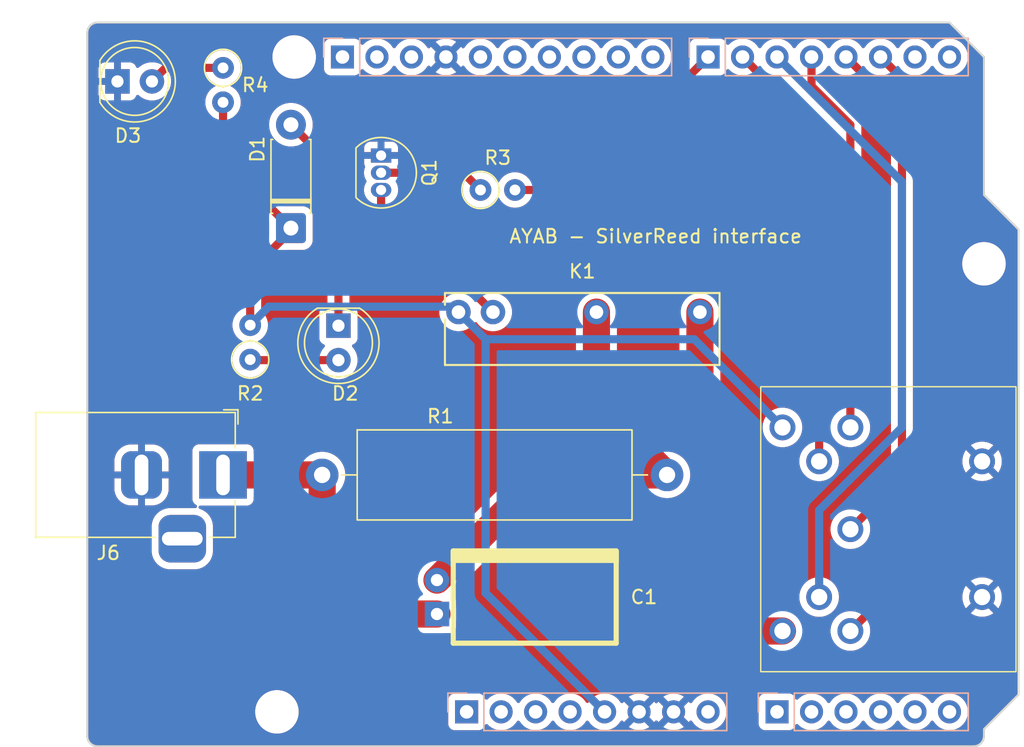
<source format=kicad_pcb>
(kicad_pcb (version 20241229) (generator "pcbnew") (generator_version "9.0")
  (title_block (date "mar. 31 mars 2015"))
  (layers (0 "F.Cu" signal) (2 "B.Cu" signal) (13 "F.Paste" user) (15 "B.Paste" user) (5 "F.SilkS" user "F.Silkscreen") (7 "B.SilkS" user "B.Silkscreen") (1 "F.Mask" user) (3 "B.Mask" user) (25 "Edge.Cuts" user))
  (net 0 "")
  (net 1 "GND")
  (net 3 "+5V")
  (net 4 "/IOREF")
  (net 5 "/A0")
  (net 6 "/A1")
  (net 7 "/A2")
  (net 8 "/A3")
  (net 9 "/SDA{slash}A4")
  (net 10 "/SCL{slash}A5")
  (net 11 "/13")
  (net 12 "/12")
  (net 13 "/AREF")
  (net 14 "/8")
  (net 15 "/7")
  (net 16 "/*11")
  (net 17 "/*10")
  (net 18 "/*9")
  (net 19 "/4")
  (net 20 "/2")
  (net 21 "/*6")
  (net 22 "/*5")
  (net 23 "/TX{slash}1")
  (net 24 "/*3")
  (net 25 "/RX{slash}0")
  (net 26 "+3V3")
  (net 27 "VCC")
  (net 28 "/~{RESET}")
  (net 29 "Net-(C1-Pad1)")
  (net 30 "Net-(C1-Pad2)")
  (net 31 "Net-(D1-A)")
  (net 32 "Net-(D2-A)")
  (net 33 "Net-(D3-A)")
  (net 34 "Net-(J5-Pad6)")
  (net 35 "Net-(Q1-B)")
  (net 36 "/A5")
  (net 37 "/A4")
  (footprint "Diode_THT:D_DO-41_SOD81_P7.62mm_Horizontal" (layer "F.Cu") (at 115 61.81 90)
    (property "Reference" "D1" (at 5.81 -2.47 90) (layer "F.SilkS"))
    (property "Value" "D" (hide yes))
    (fp_line (start 6.53 -1.47) (end 6.53 -1.34) (stroke (width 0.12)) (layer "F.SilkS"))
    (fp_line (start 2.11 -1.47) (end 2.11 1.47) (stroke (width 0.12)) (layer "F.SilkS"))
    (fp_line (start 1.99 -1.47) (end 1.99 1.47) (stroke (width 0.12)) (layer "F.SilkS"))
    (fp_line (start 1.87 -1.47) (end 1.87 1.47) (stroke (width 0.12)) (layer "F.SilkS"))
    (fp_line (start 1.09 -1.47) (end 6.53 -1.47) (stroke (width 0.12)) (layer "F.SilkS"))
    (fp_line (start 1.09 -1.34) (end 1.09 -1.47) (stroke (width 0.12)) (layer "F.SilkS"))
    (fp_line (start 1.09 1.34) (end 1.09 1.47) (stroke (width 0.12)) (layer "F.SilkS"))
    (fp_line (start 6.53 1.47) (end 6.53 1.34) (stroke (width 0.12)) (layer "F.SilkS"))
    (fp_line (start 1.09 1.47) (end 6.53 1.47) (stroke (width 0.12)) (layer "F.SilkS"))
    (pad "1" thru_hole roundrect (at 0 0 90) (size 2.2 2.2) (drill 1.1) (layers "*.Cu" "*.Mask") (roundrect_rratio 0.113636) (net 3 "+5V"))
    (pad "2" thru_hole circle (at 7.62 0 90) (size 2.2 2.2) (drill 1.1) (layers "*.Cu" "*.Mask") (net 31 "Net-(D1-A)"))
  )
  (footprint "Resistor_THT:R_Axial_DIN0207_L6.3mm_D2.5mm_P2.54mm_Vertical" (layer "F.Cu") (at 110 50 -90)
    (property "Reference" "R4" (at 1.27 -2.37 180) (layer "F.SilkS"))
    (property "Value" "1K" (hide yes))
    (fp_line (start 1.37 0) (end 1.44 0) (stroke (width 0.12)) (layer "F.SilkS"))
    (fp_circle (center 0 0) (end 1.37 0) (stroke (width 0.12)) (fill no) (layer "F.SilkS"))
    (pad "1" thru_hole circle (at 0 0 270) (size 1.6 1.6) (drill 0.8) (layers "*.Cu" "*.Mask") (net 33 "Net-(D3-A)"))
    (pad "2" thru_hole circle (at 2.54 0 270) (size 1.6 1.6) (drill 0.8) (layers "*.Cu" "*.Mask") (net 3 "+5V"))
  )
  (footprint "Resistor_THT:R_Axial_DIN0207_L6.3mm_D2.5mm_P2.54mm_Vertical" (layer "F.Cu") (at 112 71.5 90)
    (property "Reference" "R2" (at -2.5 0 180) (layer "F.SilkS"))
    (property "Value" "1K" (hide yes))
    (fp_line (start 1.37 0) (end 1.44 0) (stroke (width 0.12)) (layer "F.SilkS"))
    (fp_circle (center 0 0) (end 1.37 0) (stroke (width 0.12)) (fill no) (layer "F.SilkS"))
    (pad "1" thru_hole circle (at 0 0 90) (size 1.6 1.6) (drill 0.8) (layers "*.Cu" "*.Mask") (net 32 "Net-(D2-A)"))
    (pad "2" thru_hole circle (at 2.54 0 90) (size 1.6 1.6) (drill 0.8) (layers "*.Cu" "*.Mask") (net 3 "+5V"))
  )
  (footprint "Connector_BarrelJack:BarrelJack_Horizontal" (layer "F.Cu") (at 110 80)
    (property "Reference" "J6" (at -8.45 5.75 0) (layer "F.SilkS"))
    (property "Value" "Barrel_Jack" (hide yes))
    (fp_line (start -13.8 -4.6) (end 0.9 -4.6) (stroke (width 0.12)) (layer "F.SilkS"))
    (fp_line (start -13.8 4.6) (end -13.8 -4.6) (stroke (width 0.12)) (layer "F.SilkS"))
    (fp_line (start -5 4.6) (end -13.8 4.6) (stroke (width 0.12)) (layer "F.SilkS"))
    (fp_line (start 0.05 -4.8) (end 1.1 -4.8) (stroke (width 0.12)) (layer "F.SilkS"))
    (fp_line (start 0.9 -4.6) (end 0.9 -2) (stroke (width 0.12)) (layer "F.SilkS"))
    (fp_line (start 0.9 1.9) (end 0.9 4.6) (stroke (width 0.12)) (layer "F.SilkS"))
    (fp_line (start 0.9 4.6) (end -1 4.6) (stroke (width 0.12)) (layer "F.SilkS"))
    (fp_line (start 1.1 -3.75) (end 1.1 -4.8) (stroke (width 0.12)) (layer "F.SilkS"))
    (pad "1" thru_hole rect (at 0 0) (size 3.5 3.5) (drill oval 1 3) (layers "*.Cu" "*.Mask") (net 29 "Net-(C1-Pad1)"))
    (pad "2" thru_hole roundrect (at -6 0) (size 3 3.5) (drill oval 1 3) (layers "*.Cu" "*.Mask") (net 1 "GND"))
    (pad "3" thru_hole roundrect (at -3 4.7) (size 3.5 3.5) (drill oval 3 1) (layers "*.Cu" "*.Mask"))
  )
  (footprint "Locals:CP_6.3x11mm_horiz-R" (layer "F.Cu") (at 125.75475 89)
    (property "Reference" "C1" (at 15.24525 0 0) (layer "F.SilkS"))
    (property "Value" "100u" (hide yes))
    (fp_line (start 1.2 3.4) (end 1.2 -3.4) (stroke (width 0.381)) (layer "F.SilkS"))
    (fp_line (start 13.2 -3.4) (end 13.2 3.4) (stroke (width 0.381)) (layer "F.SilkS"))
    (fp_line (start 13.2 3.4) (end 1.2 3.4) (stroke (width 0.381)) (layer "F.SilkS"))
    (fp_poly (pts (xy 13.2 -2.7) (xy 1.2 -2.7) (xy 1.2 -3.4) (xy 13.2 -3.4)) (stroke (width 0.381)) (fill yes) (layer "F.SilkS"))
    (pad "1" thru_hole rect (at 0 1.25) (size 1.8 1.8) (drill 0.9) (layers "*.Cu" "*.Mask") (net 29 "Net-(C1-Pad1)"))
    (pad "2" thru_hole circle (at 0 -1.25) (size 1.8 1.8) (drill 0.9) (layers "*.Cu" "*.Mask") (net 30 "Net-(C1-Pad2)"))
  )
  (footprint "Resistor_THT:R_Axial_DIN0207_L6.3mm_D2.5mm_P2.54mm_Vertical" (layer "F.Cu") (at 128.96 59)
    (property "Reference" "R3" (at 1.27 -2.37 0) (layer "F.SilkS"))
    (property "Value" "1K" (hide yes))
    (fp_line (start 1.37 0) (end 1.44 0) (stroke (width 0.12)) (layer "F.SilkS"))
    (fp_circle (center 0 0) (end 1.37 0) (stroke (width 0.12)) (fill no) (layer "F.SilkS"))
    (pad "1" thru_hole circle (at 0 0) (size 1.6 1.6) (drill 0.8) (layers "*.Cu" "*.Mask") (net 35 "Net-(Q1-B)"))
    (pad "2" thru_hole circle (at 2.54 0) (size 1.6 1.6) (drill 0.8) (layers "*.Cu" "*.Mask") (net 15 "/7"))
  )
  (footprint "Arduino_MountingHole:MountingHole_3.2mm" (layer "F.Cu") (at 115.24 49.2)
    (property "Reference" "MH1" (hide yes))
    (property "Value" "MountingHole_3.2mm" (hide yes))
    (pad "" np_thru_hole circle (at 0 0) (size 3.2 3.2) (drill 3.2) (layers "*.Cu" "*.Mask"))
  )
  (footprint "LED_THT:LED_D5.0mm" (layer "F.Cu") (at 102.225 51)
    (property "Reference" "D3" (at 0.775 4 0) (layer "F.SilkS"))
    (property "Value" "LED" (hide yes))
    (fp_line (start -1.29 -1.545) (end -1.29 1.545) (stroke (width 0.12)) (layer "F.SilkS"))
    (fp_arc (start -1.29 -1.54483) (mid 2.071779 -2.880495) (end 4.26 0) (stroke (width 0.12)) (layer "F.SilkS"))
    (fp_arc (start 4.26 0) (mid 2.071779 2.880495) (end -1.29 1.54483) (stroke (width 0.12)) (layer "F.SilkS"))
    (fp_circle (center 1.27 0) (end 3.77 0) (stroke (width 0.12)) (fill no) (layer "F.SilkS"))
    (pad "1" thru_hole rect (at 0 0) (size 1.8 1.8) (drill 0.9) (layers "*.Cu" "*.Mask") (net 1 "GND"))
    (pad "2" thru_hole circle (at 2.54 0) (size 1.8 1.8) (drill 0.9) (layers "*.Cu" "*.Mask") (net 33 "Net-(D3-A)"))
  )
  (footprint "Package_TO_SOT_THT:TO-92_Inline" (layer "F.Cu") (at 121.64 56.46 -90)
    (property "Reference" "Q1" (at 1.27 -3.56 270) (layer "F.SilkS"))
    (property "Value" "2N2222A-TO92")
    (fp_line (start -0.53 1.85) (end 3.07 1.85) (stroke (width 0.12)) (layer "F.SilkS"))
    (fp_arc (start -0.568478 1.838478) (mid -1.132087 -0.994977) (end 1.27 -2.6) (stroke (width 0.12)) (layer "F.SilkS"))
    (fp_arc (start 1.27 -2.6) (mid 3.672087 -0.994977) (end 3.108478 1.838478) (stroke (width 0.12)) (layer "F.SilkS"))
    (pad "1" thru_hole rect (at 0 0 270) (size 1.05 1.5) (drill 0.75) (layers "*.Cu" "*.Mask") (net 1 "GND"))
    (pad "2" thru_hole oval (at 1.27 0 270) (size 1.05 1.5) (drill 0.75) (layers "*.Cu" "*.Mask") (net 35 "Net-(Q1-B)"))
    (pad "3" thru_hole oval (at 2.54 0 270) (size 1.05 1.5) (drill 0.75) (layers "*.Cu" "*.Mask") (net 31 "Net-(D1-A)"))
  )
  (footprint "Locals:DIN-704-M10" (layer "F.Cu") (at 159 84 -90)
    (property "Reference" "J5" (hide yes))
    (property "Value" "DIN-7" (hide yes))
    (fp_rect (start -10.5 -9.4) (end 10.5 9.4) (stroke (width 0.1)) (fill no) (layer "F.SilkS"))
    (pad "1" thru_hole circle (at 7.5 2.8 270) (size 1.905 1.905) (drill 1.2) (layers "*.Cu" "*.Mask") (net 20 "/2"))
    (pad "2" thru_hole circle (at 0 2.8 270) (size 1.905 1.905) (drill 1.2) (layers "*.Cu" "*.Mask") (net 24 "/*3"))
    (pad "3" thru_hole circle (at -7.5 2.8 270) (size 1.905 1.905) (drill 1.2) (layers "*.Cu" "*.Mask") (net 19 "/4"))
    (pad "4" thru_hole circle (at 5 5.1 270) (size 1.905 1.905) (drill 1.2) (layers "*.Cu" "*.Mask") (net 22 "/*5"))
    (pad "5" thru_hole circle (at -5 5.1 270) (size 1.905 1.905) (drill 1.2) (layers "*.Cu" "*.Mask") (net 21 "/*6"))
    (pad "6" thru_hole circle (at 7.5 7.8 270) (size 1.905 1.905) (drill 1.2) (layers "*.Cu" "*.Mask") (net 34 "Net-(J5-Pad6)"))
    (pad "7" thru_hole circle (at -7.5 7.8 270) (size 1.905 1.905) (drill 1.2) (layers "*.Cu" "*.Mask") (net 3 "+5V"))
    (pad "8" thru_hole circle (at -5 -6.9 270) (size 1.905 1.905) (drill 1.2) (layers "*.Cu" "*.Mask") (net 1 "GND"))
    (pad "8" thru_hole circle (at 5 -6.9 270) (size 1.905 1.905) (drill 1.2) (layers "*.Cu" "*.Mask") (net 1 "GND"))
  )
  (footprint "Resistor_THT:R_Axial_Power_L20.0mm_W6.4mm_P25.40mm" (layer "F.Cu") (at 117.3 80)
    (property "Reference" "R1" (at 8.7 -4.32 0) (layer "F.SilkS"))
    (property "Value" "10" (hide yes))
    (fp_line (start 1.44 0) (end 2.58 0) (stroke (width 0.12)) (layer "F.SilkS"))
    (fp_line (start 23.96 0) (end 22.82 0) (stroke (width 0.12)) (layer "F.SilkS"))
    (fp_rect (start 2.58 -3.32) (end 22.82 3.32) (stroke (width 0.12)) (fill no) (layer "F.SilkS"))
    (pad "1" thru_hole circle (at 0 0) (size 2.4 2.4) (drill 1.2) (layers "*.Cu" "*.Mask") (net 29 "Net-(C1-Pad1)"))
    (pad "2" thru_hole circle (at 25.4 0) (size 2.4 2.4) (drill 1.2) (layers "*.Cu" "*.Mask") (net 30 "Net-(C1-Pad2)"))
  )
  (footprint "Arduino_MountingHole:MountingHole_3.2mm" (layer "F.Cu") (at 113.97 97.46)
    (property "Reference" "MH2" (hide yes))
    (property "Value" "MountingHole_3.2mm" (hide yes))
    (pad "" np_thru_hole circle (at 0 0) (size 3.2 3.2) (drill 3.2) (layers "*.Cu" "*.Mask"))
  )
  (footprint "Arduino_MountingHole:MountingHole_3.2mm" (layer "F.Cu") (at 166.04 64.44)
    (property "Reference" "MH3" (hide yes))
    (property "Value" "MountingHole_3.2mm" (hide yes))
    (pad "" np_thru_hole circle (at 0 0) (size 3.2 3.2) (drill 3.2) (layers "*.Cu" "*.Mask"))
  )
  (footprint "LED_THT:LED_D5.0mm" (layer "F.Cu") (at 118.5 69 -90)
    (property "Reference" "D2" (at 5 -0.5 180) (layer "F.SilkS"))
    (property "Value" "LED" (hide yes))
    (fp_line (start -1.29 -1.545) (end -1.29 1.545) (stroke (width 0.12)) (layer "F.SilkS"))
    (fp_arc (start 4.26 0) (mid 2.071779 2.880495) (end -1.29 1.54483) (stroke (width 0.12)) (layer "F.SilkS"))
    (fp_arc (start -1.29 -1.54483) (mid 2.071779 -2.880495) (end 4.26 0) (stroke (width 0.12)) (layer "F.SilkS"))
    (fp_circle (center 1.27 0) (end 3.77 0) (stroke (width 0.12)) (fill no) (layer "F.SilkS"))
    (pad "1" thru_hole rect (at 0 0 270) (size 1.8 1.8) (drill 0.9) (layers "*.Cu" "*.Mask") (net 31 "Net-(D1-A)"))
    (pad "2" thru_hole circle (at 2.54 0 270) (size 1.8 1.8) (drill 0.9) (layers "*.Cu" "*.Mask") (net 32 "Net-(D2-A)"))
  )
  (footprint "Locals:RELAY_G6DN-1A_OMR" (layer "F.Cu") (at 127.34 68 90)
    (property "Reference" "K1" (at 3 9.115001 0) (layer "F.SilkS"))
    (property "Value" "Relay_SPST-NO" (hide yes))
    (fp_line (start 1.407001 -0.997001) (end 0.537881 -0.997001) (stroke (width 0.1524)) (layer "F.SilkS"))
    (fp_line (start -0.537881 -0.997001) (end -3.896999 -0.997001) (stroke (width 0.1524)) (layer "F.SilkS"))
    (fp_line (start -3.896999 -0.997001) (end -3.896999 19.227002) (stroke (width 0.1524)) (layer "F.SilkS"))
    (fp_line (start 1.407001 19.227002) (end 1.407001 -0.997001) (stroke (width 0.1524)) (layer "F.SilkS"))
    (fp_line (start -3.896999 19.227002) (end 1.407001 19.227002) (stroke (width 0.1524)) (layer "F.SilkS"))
    (pad "1" thru_hole circle (at 0 0 90) (size 1.8 1.8) (drill 1) (layers "*.Cu" "*.Mask") (net 3 "+5V"))
    (pad "2" thru_hole circle (at 0 2.54 90) (size 1.8 1.8) (drill 1) (layers "*.Cu" "*.Mask") (net 31 "Net-(D1-A)"))
    (pad "5" thru_hole circle (at 0 10.16 90) (size 1.8 1.8) (drill 1) (layers "*.Cu" "*.Mask") (net 30 "Net-(C1-Pad2)"))
    (pad "8" thru_hole circle (at 0 17.78 90) (size 1.8 1.8) (drill 1) (layers "*.Cu" "*.Mask") (net 34 "Net-(J5-Pad6)"))
  )
  (footprint "Connector_PinHeader_2.54mm:PinHeader_1x08_P2.54mm_Vertical" (layer "B.Cu") (at 127.94 97.46 -90)
    (property "Reference" "J1" (hide yes))
    (property "Value" "Power" (hide yes))
    (fp_line (start -1.38 1.38) (end 0 1.38) (stroke (width 0.12)) (layer "B.SilkS"))
    (fp_line (start -1.38 0) (end -1.38 1.38) (stroke (width 0.12)) (layer "B.SilkS"))
    (fp_line (start -1.38 -1.27) (end 1.38 -1.27) (stroke (width 0.12)) (layer "B.SilkS"))
    (fp_line (start -1.38 -1.27) (end -1.38 -19.16) (stroke (width 0.12)) (layer "B.SilkS"))
    (fp_line (start 1.38 -1.27) (end 1.38 -19.16) (stroke (width 0.12)) (layer "B.SilkS"))
    (fp_line (start -1.38 -19.16) (end 1.38 -19.16) (stroke (width 0.12)) (layer "B.SilkS"))
    (pad "1" thru_hole rect (at 0 0 270) (size 1.7 1.7) (drill 1) (layers "*.Cu" "*.Mask"))
    (pad "2" thru_hole circle (at 0 -2.54 270) (size 1.7 1.7) (drill 1) (layers "*.Cu" "*.Mask") (net 4 "/IOREF"))
    (pad "3" thru_hole circle (at 0 -5.08 270) (size 1.7 1.7) (drill 1) (layers "*.Cu" "*.Mask") (net 28 "/~{RESET}"))
    (pad "4" thru_hole circle (at 0 -7.62 270) (size 1.7 1.7) (drill 1) (layers "*.Cu" "*.Mask") (net 26 "+3V3"))
    (pad "5" thru_hole circle (at 0 -10.16 270) (size 1.7 1.7) (drill 1) (layers "*.Cu" "*.Mask") (net 3 "+5V"))
    (pad "6" thru_hole circle (at 0 -12.7 270) (size 1.7 1.7) (drill 1) (layers "*.Cu" "*.Mask") (net 1 "GND"))
    (pad "7" thru_hole circle (at 0 -15.24 270) (size 1.7 1.7) (drill 1) (layers "*.Cu" "*.Mask") (net 1 "GND"))
    (pad "8" thru_hole circle (at 0 -17.78 270) (size 1.7 1.7) (drill 1) (layers "*.Cu" "*.Mask") (net 27 "VCC"))
  )
  (footprint "Connector_PinHeader_2.54mm:PinHeader_1x06_P2.54mm_Vertical" (layer "B.Cu") (at 150.8 97.46 -90)
    (property "Reference" "J3" (hide yes))
    (property "Value" "Analog" (hide yes))
    (fp_line (start -1.38 1.38) (end 0 1.38) (stroke (width 0.12)) (layer "B.SilkS"))
    (fp_line (start -1.38 0) (end -1.38 1.38) (stroke (width 0.12)) (layer "B.SilkS"))
    (fp_line (start -1.38 -1.27) (end 1.38 -1.27) (stroke (width 0.12)) (layer "B.SilkS"))
    (fp_line (start -1.38 -1.27) (end -1.38 -14.08) (stroke (width 0.12)) (layer "B.SilkS"))
    (fp_line (start 1.38 -1.27) (end 1.38 -14.08) (stroke (width 0.12)) (layer "B.SilkS"))
    (fp_line (start -1.38 -14.08) (end 1.38 -14.08) (stroke (width 0.12)) (layer "B.SilkS"))
    (pad "1" thru_hole rect (at 0 0 270) (size 1.7 1.7) (drill 1) (layers "*.Cu" "*.Mask") (net 5 "/A0"))
    (pad "2" thru_hole circle (at 0 -2.54 270) (size 1.7 1.7) (drill 1) (layers "*.Cu" "*.Mask") (net 6 "/A1"))
    (pad "3" thru_hole circle (at 0 -5.08 270) (size 1.7 1.7) (drill 1) (layers "*.Cu" "*.Mask") (net 7 "/A2"))
    (pad "4" thru_hole circle (at 0 -7.62 270) (size 1.7 1.7) (drill 1) (layers "*.Cu" "*.Mask") (net 8 "/A3"))
    (pad "5" thru_hole circle (at 0 -10.16 270) (size 1.7 1.7) (drill 1) (layers "*.Cu" "*.Mask") (net 9 "/SDA{slash}A4"))
    (pad "6" thru_hole circle (at 0 -12.7 270) (size 1.7 1.7) (drill 1) (layers "*.Cu" "*.Mask") (net 10 "/SCL{slash}A5"))
  )
  (footprint "Connector_PinHeader_2.54mm:PinHeader_1x10_P2.54mm_Vertical" (layer "B.Cu") (at 118.796 49.2 -90)
    (property "Reference" "J2" (hide yes))
    (property "Value" "Digital/PWM" (hide yes))
    (fp_line (start -1.38 1.38) (end 0 1.38) (stroke (width 0.12)) (layer "B.SilkS"))
    (fp_line (start -1.38 0) (end -1.38 1.38) (stroke (width 0.12)) (layer "B.SilkS"))
    (fp_line (start -1.38 -1.27) (end 1.38 -1.27) (stroke (width 0.12)) (layer "B.SilkS"))
    (fp_line (start -1.38 -1.27) (end -1.38 -24.24) (stroke (width 0.12)) (layer "B.SilkS"))
    (fp_line (start 1.38 -1.27) (end 1.38 -24.24) (stroke (width 0.12)) (layer "B.SilkS"))
    (fp_line (start -1.38 -24.24) (end 1.38 -24.24) (stroke (width 0.12)) (layer "B.SilkS"))
    (pad "1" thru_hole rect (at 0 0 270) (size 1.7 1.7) (drill 1) (layers "*.Cu" "*.Mask") (net 36 "/A5"))
    (pad "2" thru_hole circle (at 0 -2.54 270) (size 1.7 1.7) (drill 1) (layers "*.Cu" "*.Mask") (net 37 "/A4"))
    (pad "3" thru_hole circle (at 0 -5.08 270) (size 1.7 1.7) (drill 1) (layers "*.Cu" "*.Mask") (net 13 "/AREF"))
    (pad "4" thru_hole circle (at 0 -7.62 270) (size 1.7 1.7) (drill 1) (layers "*.Cu" "*.Mask") (net 1 "GND"))
    (pad "5" thru_hole circle (at 0 -10.16 270) (size 1.7 1.7) (drill 1) (layers "*.Cu" "*.Mask") (net 11 "/13"))
    (pad "6" thru_hole circle (at 0 -12.7 270) (size 1.7 1.7) (drill 1) (layers "*.Cu" "*.Mask") (net 12 "/12"))
    (pad "7" thru_hole circle (at 0 -15.24 270) (size 1.7 1.7) (drill 1) (layers "*.Cu" "*.Mask") (net 16 "/*11"))
    (pad "8" thru_hole circle (at 0 -17.78 270) (size 1.7 1.7) (drill 1) (layers "*.Cu" "*.Mask") (net 17 "/*10"))
    (pad "9" thru_hole circle (at 0 -20.32 270) (size 1.7 1.7) (drill 1) (layers "*.Cu" "*.Mask") (net 18 "/*9"))
    (pad "10" thru_hole circle (at 0 -22.86 270) (size 1.7 1.7) (drill 1) (layers "*.Cu" "*.Mask") (net 14 "/8"))
  )
  (footprint "Connector_PinHeader_2.54mm:PinHeader_1x08_P2.54mm_Vertical" (layer "B.Cu") (at 145.72 49.2 -90)
    (property "Reference" "J4" (hide yes))
    (property "Value" "Digital/PWM" (hide yes))
    (fp_line (start -1.38 1.38) (end 0 1.38) (stroke (width 0.12)) (layer "B.SilkS"))
    (fp_line (start -1.38 0) (end -1.38 1.38) (stroke (width 0.12)) (layer "B.SilkS"))
    (fp_line (start -1.38 -1.27) (end 1.38 -1.27) (stroke (width 0.12)) (layer "B.SilkS"))
    (fp_line (start -1.38 -1.27) (end -1.38 -19.16) (stroke (width 0.12)) (layer "B.SilkS"))
    (fp_line (start 1.38 -1.27) (end 1.38 -19.16) (stroke (width 0.12)) (layer "B.SilkS"))
    (fp_line (start -1.38 -19.16) (end 1.38 -19.16) (stroke (width 0.12)) (layer "B.SilkS"))
    (pad "1" thru_hole rect (at 0 0 270) (size 1.7 1.7) (drill 1) (layers "*.Cu" "*.Mask") (net 15 "/7"))
    (pad "2" thru_hole circle (at 0 -2.54 270) (size 1.7 1.7) (drill 1) (layers "*.Cu" "*.Mask") (net 21 "/*6"))
    (pad "3" thru_hole circle (at 0 -5.08 270) (size 1.7 1.7) (drill 1) (layers "*.Cu" "*.Mask") (net 22 "/*5"))
    (pad "4" thru_hole circle (at 0 -7.62 270) (size 1.7 1.7) (drill 1) (layers "*.Cu" "*.Mask") (net 19 "/4"))
    (pad "5" thru_hole circle (at 0 -10.16 270) (size 1.7 1.7) (drill 1) (layers "*.Cu" "*.Mask") (net 24 "/*3"))
    (pad "6" thru_hole circle (at 0 -12.7 270) (size 1.7 1.7) (drill 1) (layers "*.Cu" "*.Mask") (net 20 "/2"))
    (pad "7" thru_hole circle (at 0 -15.24 270) (size 1.7 1.7) (drill 1) (layers "*.Cu" "*.Mask") (net 23 "/TX{slash}1"))
    (pad "8" thru_hole circle (at 0 -17.78 270) (size 1.7 1.7) (drill 1) (layers "*.Cu" "*.Mask") (net 25 "/RX{slash}0"))
  )
  (gr_line (start 166.04 59.36) (end 168.58 61.9) (stroke (width 0.15)) (layer "Edge.Cuts"))
  (gr_line (start 100 99.238) (end 100 47.422) (stroke (width 0.15)) (layer "Edge.Cuts"))
  (gr_line (start 168.58 61.9) (end 168.58 96.19) (stroke (width 0.15)) (layer "Edge.Cuts"))
  (gr_line (start 165.278 100) (end 100.762 100) (stroke (width 0.15)) (layer "Edge.Cuts"))
  (gr_line (start 100.762 46.66) (end 163.5 46.66) (stroke (width 0.15)) (layer "Edge.Cuts"))
  (gr_arc (start 100.762 100) (mid 100.223185 99.776815) (end 100 99.238) (stroke (width 0.15)) (layer "Edge.Cuts"))
  (gr_line (start 168.58 96.19) (end 166.04 98.73) (stroke (width 0.15)) (layer "Edge.Cuts"))
  (gr_line (start 163.5 46.66) (end 166.04 49.2) (stroke (width 0.15)) (layer "Edge.Cuts"))
  (gr_arc (start 166.04 99.238) (mid 165.816815 99.776815) (end 165.278 100) (stroke (width 0.15)) (layer "Edge.Cuts"))
  (gr_line (start 166.04 49.2) (end 166.04 59.36) (stroke (width 0.15)) (layer "Edge.Cuts"))
  (gr_line (start 166.04 98.73) (end 166.04 99.238) (stroke (width 0.15)) (layer "Edge.Cuts"))
  (gr_arc (start 100 47.422) (mid 100.223185 46.883185) (end 100.762 46.66) (stroke (width 0.15)) (layer "Edge.Cuts"))
  (gr_text "AYAB - SilverReed interface\n" (at 131 63 0) (layer "F.SilkS") (effects (font (size 1 1)) (justify left bottom)))
  (segment (start 115 62) (end 112 65) (width 0.6) (layer "F.Cu") (net 3))
  (segment (start 112 65) (end 112 68.96) (width 0.6) (layer "F.Cu") (net 3))
  (segment (start 115 61.81) (end 115 62) (width 0.6) (layer "F.Cu") (net 3))
  (segment (start 110 52.54) (end 110 56.81) (width 0.6) (layer "F.Cu") (net 3))
  (segment (start 110 56.81) (end 115 61.81) (width 0.6) (layer "F.Cu") (net 3))
  (segment (start 144.7 70) (end 129.34 70) (width 0.6) (layer "B.Cu") (net 3))
  (segment (start 112 68.96) (end 113.361 67.599) (width 0.6) (layer "B.Cu") (net 3))
  (segment (start 126.939 67.599) (end 127.34 68) (width 0.6) (layer "B.Cu") (net 3))
  (segment (start 129.34 70) (end 127.34 68) (width 0.6) (layer "B.Cu") (net 3))
  (segment (start 113.361 67.599) (end 126.939 67.599) (width 0.6) (layer "B.Cu") (net 3))
  (segment (start 129.34 70) (end 129.34 88.7) (width 0.6) (layer "B.Cu") (net 3))
  (segment (start 129.34 88.7) (end 138.1 97.46) (width 0.6) (layer "B.Cu") (net 3))
  (segment (start 151.2 76.5) (end 144.7 70) (width 0.6) (layer "B.Cu") (net 3))
  (segment (start 135.92 59) (end 145.72 49.2) (width 0.6) (layer "F.Cu") (net 15))
  (segment (start 131.5 59) (end 135.92 59) (width 0.6) (layer "F.Cu") (net 15))
  (segment (start 153.34 49.2) (end 153.34 51.34) (width 0.6) (layer "F.Cu") (net 19))
  (segment (start 153.34 49.2) (end 153.2 49.2) (width 0.6) (layer "F.Cu") (net 19))
  (segment (start 153.34 51.34) (end 156.2 54.2) (width 0.6) (layer "F.Cu") (net 19))
  (segment (start 156.2 54.2) (end 156.2 76.5) (width 0.6) (layer "F.Cu") (net 19))
  (segment (start 162 52.78) (end 162 88) (width 0.6) (layer "F.Cu") (net 20))
  (segment (start 158.42 49.2) (end 162 52.78) (width 0.6) (layer "F.Cu") (net 20))
  (segment (start 162 88) (end 159.7 88) (width 0.6) (layer "F.Cu") (net 20))
  (segment (start 159.7 88) (end 156.2 91.5) (width 0.6) (layer "F.Cu") (net 20))
  (segment (start 153.9 54.84) (end 153.9 79) (width 0.6) (layer "F.Cu") (net 21))
  (segment (start 148.26 49.2) (end 153.9 54.84) (width 0.6) (layer "F.Cu") (net 21))
  (segment (start 160 58.4) (end 160 76.5) (width 0.6) (layer "B.Cu") (net 22))
  (segment (start 153.9 82.6) (end 153.9 89) (width 0.6) (layer "B.Cu") (net 22))
  (segment (start 150.8 49.2) (end 160 58.4) (width 0.6) (layer "B.Cu") (net 22))
  (segment (start 160 76.5) (end 153.9 82.6) (width 0.6) (layer "B.Cu") (net 22))
  (segment (start 155.88 49.2) (end 160 53.32) (width 0.6) (layer "F.Cu") (net 24))
  (segment (start 160 80.2) (end 156.2 84) (width 0.6) (layer "F.Cu") (net 24))
  (segment (start 160 53.32) (end 160 80.2) (width 0.6) (layer "F.Cu") (net 24))
  (segment (start 117.3 80) (end 110 80) (width 2) (layer "F.Cu") (net 29))
  (segment (start 117.3 86.3) (end 121.25 90.25) (width 2) (layer "F.Cu") (net 29))
  (segment (start 121.25 90.25) (end 125.75475 90.25) (width 2) (layer "F.Cu") (net 29))
  (segment (start 117.3 80) (end 117.3 86.3) (width 2) (layer "F.Cu") (net 29))
  (segment (start 117.3 80) (end 117 80) (width 2) (layer "F.Cu") (net 29))
  (segment (start 137.5 74.8) (end 142.7 80) (width 2) (layer "F.Cu") (net 30))
  (segment (start 142.7 80) (end 133.50475 80) (width 2) (layer "F.Cu") (net 30))
  (segment (start 137.5 68) (end 137.5 74.8) (width 2) (layer "F.Cu") (net 30))
  (segment (start 133.50475 80) (end 125.75475 87.75) (width 2) (layer "F.Cu") (net 30))
  (segment (start 137.5 68) (end 137 68) (width 0.25) (layer "F.Cu") (net 30))
  (segment (start 119 60) (end 120.54 61.54) (width 0.6) (layer "F.Cu") (net 31))
  (segment (start 123.42 61.54) (end 129.88 68) (width 0.6) (layer "F.Cu") (net 31))
  (segment (start 121.64 59) (end 121.64 61.54) (width 0.6) (layer "F.Cu") (net 31))
  (segment (start 119 58.19) (end 119 60) (width 0.6) (layer "F.Cu") (net 31))
  (segment (start 115 54.19) (end 119 58.19) (width 0.6) (layer "F.Cu") (net 31))
  (segment (start 121.64 61.54) (end 121.64 62.36) (width 0.6) (layer "F.Cu") (net 31))
  (segment (start 120.54 61.54) (end 121.64 61.54) (width 0.6) (layer "F.Cu") (net 31))
  (segment (start 118.5 65.5) (end 118.5 69) (width 0.6) (layer "F.Cu") (net 31))
  (segment (start 121.64 61.54) (end 123.42 61.54) (width 0.6) (layer "F.Cu") (net 31))
  (segment (start 121.64 62.36) (end 118.5 65.5) (width 0.6) (layer "F.Cu") (net 31))
  (segment (start 112.54 71.54) (end 118.5 71.54) (width 0.6) (layer "F.Cu") (net 32))
  (segment (start 112 71.5) (end 112.5 71.5) (width 0.6) (layer "F.Cu") (net 32))
  (segment (start 112.5 71.5) (end 112.54 71.54) (width 0.6) (layer "F.Cu") (net 32))
  (segment (start 104.765 51) (end 105.765 50) (width 0.6) (layer "F.Cu") (net 33))
  (segment (start 105.765 50) (end 110 50) (width 0.6) (layer "F.Cu") (net 33))
  (segment (start 145.12 68) (end 145.12 77.12) (width 2) (layer "F.Cu") (net 34))
  (segment (start 148 90) (end 149.5 91.5) (width 2) (layer "F.Cu") (net 34))
  (segment (start 149.5 91.5) (end 151.2 91.5) (width 2) (layer "F.Cu") (net 34))
  (segment (start 145.12 77.12) (end 148 80) (width 2) (layer "F.Cu") (net 34))
  (segment (start 148 80) (end 148 90) (width 2) (layer "F.Cu") (net 34))
  (segment (start 121.64 57.73) (end 127.69 57.73) (width 0.6) (layer "F.Cu") (net 35))
  (segment (start 127.69 57.73) (end 128.96 59) (width 0.6) (layer "F.Cu") (net 35))
  (zone (net 1) (net_name "GND") (layers "F.Cu" "B.Cu") (connect_pads (clearance 0.508)) (min_thickness 0.25) (fill yes (thermal_gap 0.5) (thermal_bridge_width 0.5))
    (polygon (pts (xy 99 45) (xy 99 100) (xy 169 100) (xy 169 46)))
  )
)
</source>
